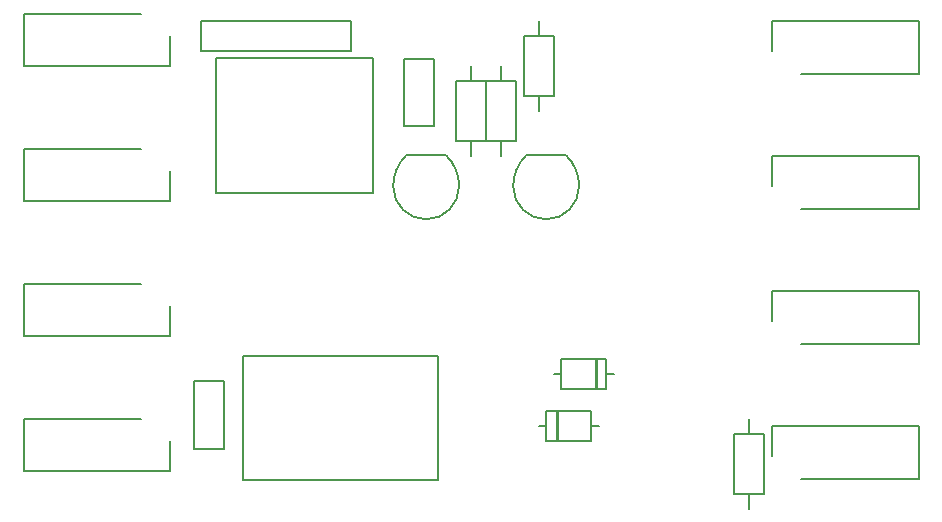
<source format=gbr>
G04 EasyPC Gerber Version 20.0.2 Build 4112 *
G04 #@! TF.Part,Single*
G04 #@! TF.FileFunction,Legend,Top *
%FSLAX35Y35*%
%MOIN*%
%ADD13C,0.00300*%
%ADD11C,0.00500*%
%ADD76C,0.00787*%
%ADD14C,0.01000*%
X0Y0D02*
D02*
D11*
X57756Y57750D02*
Y35250D01*
X67756*
Y57750*
X57756*
X60256Y167750D02*
X110256D01*
Y177750*
X60256*
Y167750*
X65222Y165388D02*
X117506D01*
Y120506*
X65222*
Y165388*
X124256Y122750D02*
G75*
G03X135256Y111750I11000D01*
G01*
G75*
G03X146256Y122750J11000*
G01*
G75*
G03X141956Y133050I-14583J-41*
G01*
X128556*
G75*
G03X124256Y122750I10283J-10341*
G01*
X137756Y142750D02*
Y165250D01*
X127756*
Y142750*
X137756*
X139193Y66096D02*
X74232D01*
Y24758*
X139193*
Y66096*
X145256Y157750D02*
X155256D01*
Y137750*
X145256*
Y157750*
X150256Y137750D02*
Y132750D01*
Y162750D02*
Y157750D01*
X155256D02*
X165256D01*
Y137750*
X155256*
Y157750*
X160256Y137750D02*
Y132750D01*
Y162750D02*
Y157750D01*
X164256Y122750D02*
G75*
G03X175256Y111750I11000D01*
G01*
G75*
G03X186256Y122750J11000*
G01*
G75*
G03X181956Y133050I-14583J-41*
G01*
X168556*
G75*
G03X164256Y122750I10283J-10341*
G01*
X172756Y147750D02*
Y152750D01*
Y172750D02*
Y177750D01*
X175256Y42750D02*
X172756D01*
X177756Y60250D02*
X180256D01*
X177756Y152750D02*
X167756D01*
Y172750*
X177756*
Y152750*
X180256Y55250D02*
Y65250D01*
X195256*
Y55250*
X180256*
X190256Y47750D02*
Y37750D01*
X175256*
Y47750*
X190256*
X192756Y42750D02*
X190256D01*
X195256Y60250D02*
X197756D01*
X237756Y40250D02*
X247756D01*
Y20250*
X237756*
Y40250*
X242756Y20250D02*
Y15250D01*
Y45250D02*
Y40250D01*
D02*
D13*
D02*
D14*
X178756Y38050D02*
Y47450D01*
X191756Y64950D02*
Y55550D01*
D02*
D76*
X40256Y45250D02*
X1083D01*
Y27750*
X49902*
Y37750*
X40256Y90250D02*
X1083D01*
Y72750*
X49902*
Y82750*
X40256Y135250D02*
X1083D01*
Y117750*
X49902*
Y127750*
X40256Y180250D02*
X1083D01*
Y162750*
X49902*
Y172750*
X260256Y25250D02*
X299429D01*
Y42750*
X250610*
Y32750*
X260256Y70250D02*
X299429D01*
Y87750*
X250610*
Y77750*
X260256Y115250D02*
X299429D01*
Y132750*
X250610*
Y122750*
X260256Y160250D02*
X299429D01*
Y177750*
X250610*
Y167750*
X0Y0D02*
M02*

</source>
